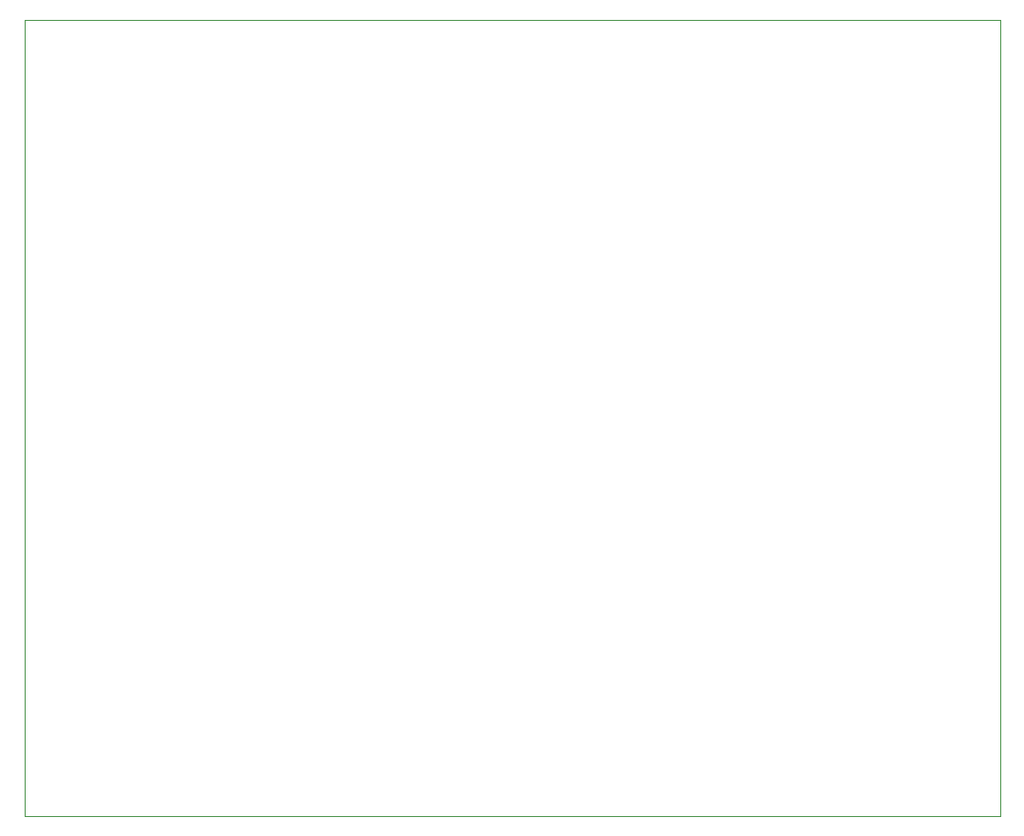
<source format=gbr>
%TF.GenerationSoftware,KiCad,Pcbnew,8.0.5*%
%TF.CreationDate,2024-09-28T21:24:11+05:30*%
%TF.ProjectId,555 DICE,35353520-4449-4434-952e-6b696361645f,rev?*%
%TF.SameCoordinates,Original*%
%TF.FileFunction,Profile,NP*%
%FSLAX46Y46*%
G04 Gerber Fmt 4.6, Leading zero omitted, Abs format (unit mm)*
G04 Created by KiCad (PCBNEW 8.0.5) date 2024-09-28 21:24:11*
%MOMM*%
%LPD*%
G01*
G04 APERTURE LIST*
%TA.AperFunction,Profile*%
%ADD10C,0.050000*%
%TD*%
G04 APERTURE END LIST*
D10*
X27000000Y-44500000D02*
X114000000Y-44500000D01*
X114000000Y-115500000D01*
X27000000Y-115500000D01*
X27000000Y-44500000D01*
M02*

</source>
